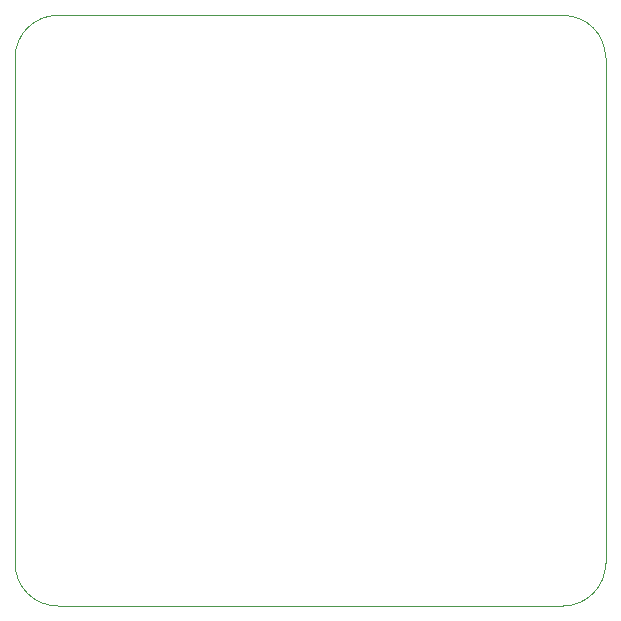
<source format=gbr>
%TF.GenerationSoftware,KiCad,Pcbnew,8.0.4*%
%TF.CreationDate,2024-10-18T12:18:20-03:00*%
%TF.ProjectId,STM32_DEV_BOARD,53544d33-325f-4444-9556-5f424f415244,rev?*%
%TF.SameCoordinates,Original*%
%TF.FileFunction,Profile,NP*%
%FSLAX46Y46*%
G04 Gerber Fmt 4.6, Leading zero omitted, Abs format (unit mm)*
G04 Created by KiCad (PCBNEW 8.0.4) date 2024-10-18 12:18:20*
%MOMM*%
%LPD*%
G01*
G04 APERTURE LIST*
%TA.AperFunction,Profile*%
%ADD10C,0.050000*%
%TD*%
G04 APERTURE END LIST*
D10*
X184540000Y-122850000D02*
X184540000Y-80050000D01*
X138140000Y-126450000D02*
G75*
G02*
X134540000Y-122850000I0J3600000D01*
G01*
X184540000Y-122850000D02*
G75*
G02*
X180940000Y-126450000I-3600000J0D01*
G01*
X134540000Y-80050000D02*
X134540000Y-122850000D01*
X138140000Y-76450000D02*
X180940000Y-76450000D01*
X134540000Y-80050000D02*
G75*
G02*
X138140000Y-76450000I3600000J0D01*
G01*
X180940000Y-76450000D02*
G75*
G02*
X184540000Y-80050000I0J-3600000D01*
G01*
X138140000Y-126450000D02*
X180940000Y-126450000D01*
M02*

</source>
